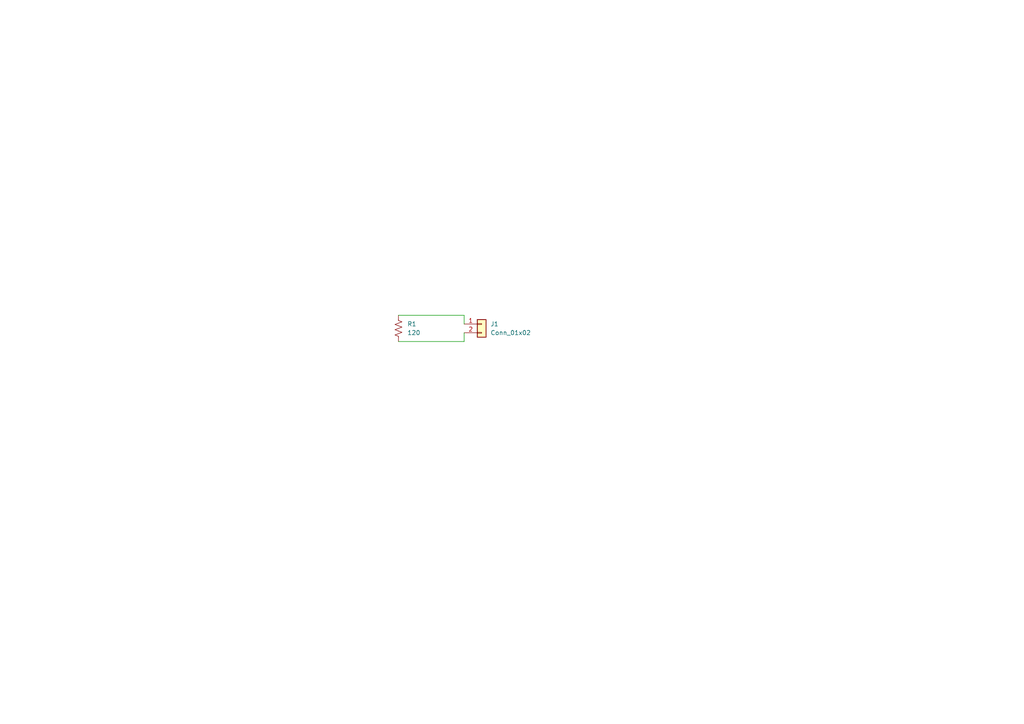
<source format=kicad_sch>
(kicad_sch (version 20230121) (generator eeschema)

  (uuid 927b0c50-d5ea-4cee-a024-2adabbeecd76)

  (paper "A4")

  (lib_symbols
    (symbol "Connector_Generic:Conn_01x02" (pin_names (offset 1.016) hide) (in_bom yes) (on_board yes)
      (property "Reference" "J" (at 0 2.54 0)
        (effects (font (size 1.27 1.27)))
      )
      (property "Value" "Conn_01x02" (at 0 -5.08 0)
        (effects (font (size 1.27 1.27)))
      )
      (property "Footprint" "" (at 0 0 0)
        (effects (font (size 1.27 1.27)) hide)
      )
      (property "Datasheet" "~" (at 0 0 0)
        (effects (font (size 1.27 1.27)) hide)
      )
      (property "ki_keywords" "connector" (at 0 0 0)
        (effects (font (size 1.27 1.27)) hide)
      )
      (property "ki_description" "Generic connector, single row, 01x02, script generated (kicad-library-utils/schlib/autogen/connector/)" (at 0 0 0)
        (effects (font (size 1.27 1.27)) hide)
      )
      (property "ki_fp_filters" "Connector*:*_1x??_*" (at 0 0 0)
        (effects (font (size 1.27 1.27)) hide)
      )
      (symbol "Conn_01x02_1_1"
        (rectangle (start -1.27 -2.413) (end 0 -2.667)
          (stroke (width 0.1524) (type default))
          (fill (type none))
        )
        (rectangle (start -1.27 0.127) (end 0 -0.127)
          (stroke (width 0.1524) (type default))
          (fill (type none))
        )
        (rectangle (start -1.27 1.27) (end 1.27 -3.81)
          (stroke (width 0.254) (type default))
          (fill (type background))
        )
        (pin passive line (at -5.08 0 0) (length 3.81)
          (name "Pin_1" (effects (font (size 1.27 1.27))))
          (number "1" (effects (font (size 1.27 1.27))))
        )
        (pin passive line (at -5.08 -2.54 0) (length 3.81)
          (name "Pin_2" (effects (font (size 1.27 1.27))))
          (number "2" (effects (font (size 1.27 1.27))))
        )
      )
    )
    (symbol "Device:R_US" (pin_numbers hide) (pin_names (offset 0)) (in_bom yes) (on_board yes)
      (property "Reference" "R" (at 2.54 0 90)
        (effects (font (size 1.27 1.27)))
      )
      (property "Value" "R_US" (at -2.54 0 90)
        (effects (font (size 1.27 1.27)))
      )
      (property "Footprint" "" (at 1.016 -0.254 90)
        (effects (font (size 1.27 1.27)) hide)
      )
      (property "Datasheet" "~" (at 0 0 0)
        (effects (font (size 1.27 1.27)) hide)
      )
      (property "ki_keywords" "R res resistor" (at 0 0 0)
        (effects (font (size 1.27 1.27)) hide)
      )
      (property "ki_description" "Resistor, US symbol" (at 0 0 0)
        (effects (font (size 1.27 1.27)) hide)
      )
      (property "ki_fp_filters" "R_*" (at 0 0 0)
        (effects (font (size 1.27 1.27)) hide)
      )
      (symbol "R_US_0_1"
        (polyline
          (pts
            (xy 0 -2.286)
            (xy 0 -2.54)
          )
          (stroke (width 0) (type default))
          (fill (type none))
        )
        (polyline
          (pts
            (xy 0 2.286)
            (xy 0 2.54)
          )
          (stroke (width 0) (type default))
          (fill (type none))
        )
        (polyline
          (pts
            (xy 0 -0.762)
            (xy 1.016 -1.143)
            (xy 0 -1.524)
            (xy -1.016 -1.905)
            (xy 0 -2.286)
          )
          (stroke (width 0) (type default))
          (fill (type none))
        )
        (polyline
          (pts
            (xy 0 0.762)
            (xy 1.016 0.381)
            (xy 0 0)
            (xy -1.016 -0.381)
            (xy 0 -0.762)
          )
          (stroke (width 0) (type default))
          (fill (type none))
        )
        (polyline
          (pts
            (xy 0 2.286)
            (xy 1.016 1.905)
            (xy 0 1.524)
            (xy -1.016 1.143)
            (xy 0 0.762)
          )
          (stroke (width 0) (type default))
          (fill (type none))
        )
      )
      (symbol "R_US_1_1"
        (pin passive line (at 0 3.81 270) (length 1.27)
          (name "~" (effects (font (size 1.27 1.27))))
          (number "1" (effects (font (size 1.27 1.27))))
        )
        (pin passive line (at 0 -3.81 90) (length 1.27)
          (name "~" (effects (font (size 1.27 1.27))))
          (number "2" (effects (font (size 1.27 1.27))))
        )
      )
    )
  )


  (wire (pts (xy 115.57 99.06) (xy 134.62 99.06))
    (stroke (width 0) (type default))
    (uuid 3521a582-d8fa-44f8-85d7-68ec2431a0e6)
  )
  (wire (pts (xy 134.62 93.98) (xy 134.62 91.44))
    (stroke (width 0) (type default))
    (uuid 56616afa-2d6d-40a8-8558-dfe823c5b33b)
  )
  (wire (pts (xy 134.62 99.06) (xy 134.62 96.52))
    (stroke (width 0) (type default))
    (uuid 72197cb4-1ada-4d8d-88d2-4c4aecf1c319)
  )
  (wire (pts (xy 134.62 91.44) (xy 115.57 91.44))
    (stroke (width 0) (type default))
    (uuid e9c9dbf6-0e0f-4835-a778-eb606964d62a)
  )

  (symbol (lib_id "Device:R_US") (at 115.57 95.25 0) (unit 1)
    (in_bom yes) (on_board yes) (dnp no) (fields_autoplaced)
    (uuid 39a7acfc-c4b7-4345-94ff-9248fbdea1b8)
    (property "Reference" "R1" (at 118.11 93.98 0)
      (effects (font (size 1.27 1.27)) (justify left))
    )
    (property "Value" "120" (at 118.11 96.52 0)
      (effects (font (size 1.27 1.27)) (justify left))
    )
    (property "Footprint" "Resistor_SMD:R_0603_1608Metric" (at 116.586 95.504 90)
      (effects (font (size 1.27 1.27)) hide)
    )
    (property "Datasheet" "~" (at 115.57 95.25 0)
      (effects (font (size 1.27 1.27)) hide)
    )
    (pin "1" (uuid 59729719-bc23-4556-a684-5b8d32a43294))
    (pin "2" (uuid b93ecbb8-cf1b-4bd6-85a5-0f7b8eaa0294))
    (instances
      (project "4272MAVterm"
        (path "/927b0c50-d5ea-4cee-a024-2adabbeecd76"
          (reference "R1") (unit 1)
        )
      )
    )
  )

  (symbol (lib_id "Connector_Generic:Conn_01x02") (at 139.7 93.98 0) (unit 1)
    (in_bom yes) (on_board yes) (dnp no) (fields_autoplaced)
    (uuid 622506e6-2aa3-4f36-b863-8034a487c3de)
    (property "Reference" "J1" (at 142.24 93.98 0)
      (effects (font (size 1.27 1.27)) (justify left))
    )
    (property "Value" "Conn_01x02" (at 142.24 96.52 0)
      (effects (font (size 1.27 1.27)) (justify left))
    )
    (property "Footprint" "SamacSys_Parts:SHDR2W65P0X254_1X2_738X510X1216P" (at 139.7 93.98 0)
      (effects (font (size 1.27 1.27)) hide)
    )
    (property "Datasheet" "~" (at 139.7 93.98 0)
      (effects (font (size 1.27 1.27)) hide)
    )
    (pin "1" (uuid c2e90e82-053e-444f-89e4-8e3b600ee4fa))
    (pin "2" (uuid d96d61b9-08cd-4756-997f-37a9b0f18f5a))
    (instances
      (project "4272MAVterm"
        (path "/927b0c50-d5ea-4cee-a024-2adabbeecd76"
          (reference "J1") (unit 1)
        )
      )
    )
  )

  (sheet_instances
    (path "/" (page "1"))
  )
)

</source>
